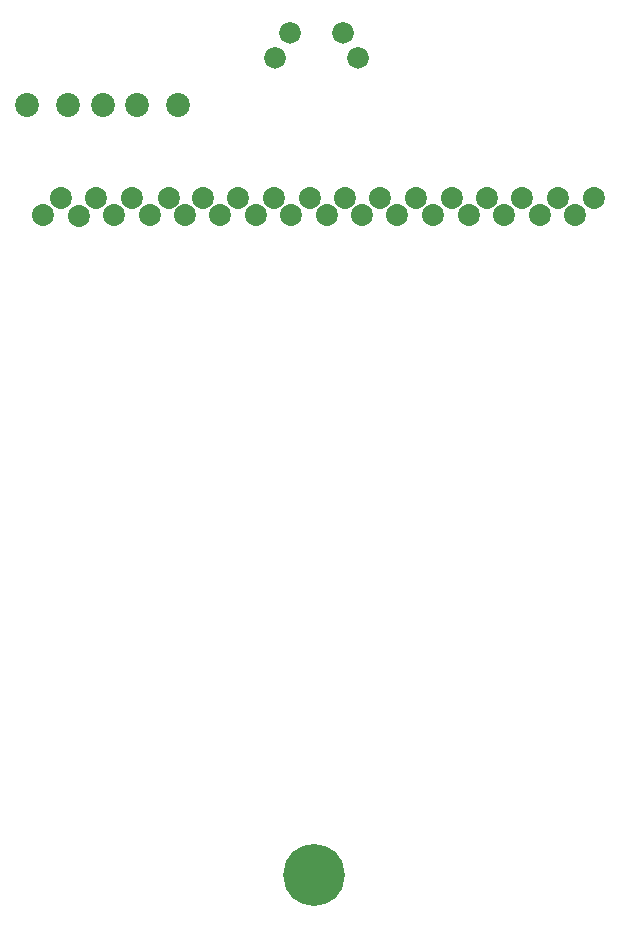
<source format=gbr>
%TF.GenerationSoftware,KiCad,Pcbnew,(6.0.2)*%
%TF.CreationDate,2022-07-10T15:45:18-05:00*%
%TF.ProjectId,REF1395A Optimized,52454631-3339-4354-9120-4f7074696d69,rev?*%
%TF.SameCoordinates,Original*%
%TF.FileFunction,Soldermask,Bot*%
%TF.FilePolarity,Negative*%
%FSLAX46Y46*%
G04 Gerber Fmt 4.6, Leading zero omitted, Abs format (unit mm)*
G04 Created by KiCad (PCBNEW (6.0.2)) date 2022-07-10 15:45:18*
%MOMM*%
%LPD*%
G01*
G04 APERTURE LIST*
%ADD10C,5.240000*%
%ADD11C,1.860000*%
%ADD12C,1.830000*%
%ADD13C,2.020000*%
G04 APERTURE END LIST*
D10*
%TO.C,REF\u002A\u002A*%
X146580000Y-126866000D03*
%TD*%
D11*
%TO.C,J2*%
X170263800Y-69521000D03*
X168717300Y-71029000D03*
X167248900Y-69520900D03*
X165700800Y-71027000D03*
X164230800Y-69521000D03*
X162684800Y-71029000D03*
X161216400Y-69520900D03*
X159666800Y-71028000D03*
X158240800Y-69522000D03*
X156692000Y-71029000D03*
X155183900Y-69520900D03*
X153631800Y-71029000D03*
X152167600Y-69520900D03*
X150617800Y-71029000D03*
X149231800Y-69520000D03*
X147680800Y-71030000D03*
X146210800Y-69521000D03*
X144665800Y-71028000D03*
X143196800Y-69522000D03*
X141648800Y-71030000D03*
X140180800Y-69520000D03*
X138635800Y-71028000D03*
X137202800Y-69519000D03*
X135658800Y-71029000D03*
X134267800Y-69524000D03*
X132716800Y-71027000D03*
X131171800Y-69522000D03*
X129664800Y-71029000D03*
X128157800Y-69522000D03*
X126650800Y-71037000D03*
X125135800Y-69522000D03*
X123632300Y-71029000D03*
%TD*%
D12*
%TO.C,SW1*%
X143279000Y-57730000D03*
X144552000Y-55587000D03*
X149003000Y-55547000D03*
X150309000Y-57730000D03*
%TD*%
D13*
%TO.C,J3*%
X125709000Y-61703000D03*
X128682000Y-61706000D03*
X131585000Y-61705000D03*
X122252000Y-61705000D03*
X135034000Y-61707000D03*
%TD*%
M02*

</source>
